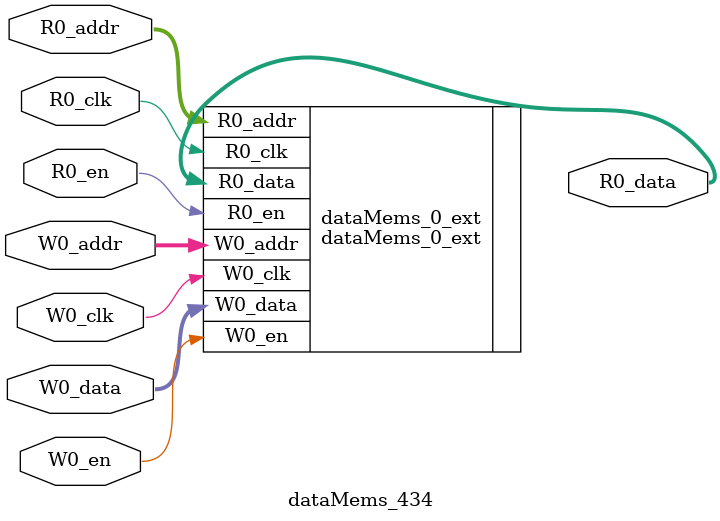
<source format=sv>
`ifndef RANDOMIZE
  `ifdef RANDOMIZE_REG_INIT
    `define RANDOMIZE
  `endif // RANDOMIZE_REG_INIT
`endif // not def RANDOMIZE
`ifndef RANDOMIZE
  `ifdef RANDOMIZE_MEM_INIT
    `define RANDOMIZE
  `endif // RANDOMIZE_MEM_INIT
`endif // not def RANDOMIZE

`ifndef RANDOM
  `define RANDOM $random
`endif // not def RANDOM

// Users can define 'PRINTF_COND' to add an extra gate to prints.
`ifndef PRINTF_COND_
  `ifdef PRINTF_COND
    `define PRINTF_COND_ (`PRINTF_COND)
  `else  // PRINTF_COND
    `define PRINTF_COND_ 1
  `endif // PRINTF_COND
`endif // not def PRINTF_COND_

// Users can define 'ASSERT_VERBOSE_COND' to add an extra gate to assert error printing.
`ifndef ASSERT_VERBOSE_COND_
  `ifdef ASSERT_VERBOSE_COND
    `define ASSERT_VERBOSE_COND_ (`ASSERT_VERBOSE_COND)
  `else  // ASSERT_VERBOSE_COND
    `define ASSERT_VERBOSE_COND_ 1
  `endif // ASSERT_VERBOSE_COND
`endif // not def ASSERT_VERBOSE_COND_

// Users can define 'STOP_COND' to add an extra gate to stop conditions.
`ifndef STOP_COND_
  `ifdef STOP_COND
    `define STOP_COND_ (`STOP_COND)
  `else  // STOP_COND
    `define STOP_COND_ 1
  `endif // STOP_COND
`endif // not def STOP_COND_

// Users can define INIT_RANDOM as general code that gets injected into the
// initializer block for modules with registers.
`ifndef INIT_RANDOM
  `define INIT_RANDOM
`endif // not def INIT_RANDOM

// If using random initialization, you can also define RANDOMIZE_DELAY to
// customize the delay used, otherwise 0.002 is used.
`ifndef RANDOMIZE_DELAY
  `define RANDOMIZE_DELAY 0.002
`endif // not def RANDOMIZE_DELAY

// Define INIT_RANDOM_PROLOG_ for use in our modules below.
`ifndef INIT_RANDOM_PROLOG_
  `ifdef RANDOMIZE
    `ifdef VERILATOR
      `define INIT_RANDOM_PROLOG_ `INIT_RANDOM
    `else  // VERILATOR
      `define INIT_RANDOM_PROLOG_ `INIT_RANDOM #`RANDOMIZE_DELAY begin end
    `endif // VERILATOR
  `else  // RANDOMIZE
    `define INIT_RANDOM_PROLOG_
  `endif // RANDOMIZE
`endif // not def INIT_RANDOM_PROLOG_

// Include register initializers in init blocks unless synthesis is set
`ifndef SYNTHESIS
  `ifndef ENABLE_INITIAL_REG_
    `define ENABLE_INITIAL_REG_
  `endif // not def ENABLE_INITIAL_REG_
`endif // not def SYNTHESIS

// Include rmemory initializers in init blocks unless synthesis is set
`ifndef SYNTHESIS
  `ifndef ENABLE_INITIAL_MEM_
    `define ENABLE_INITIAL_MEM_
  `endif // not def ENABLE_INITIAL_MEM_
`endif // not def SYNTHESIS

module dataMems_434(	// @[generators/ara/src/main/scala/UnsafeAXI4ToTL.scala:365:62]
  input  [4:0]  R0_addr,
  input         R0_en,
  input         R0_clk,
  output [66:0] R0_data,
  input  [4:0]  W0_addr,
  input         W0_en,
  input         W0_clk,
  input  [66:0] W0_data
);

  dataMems_0_ext dataMems_0_ext (	// @[generators/ara/src/main/scala/UnsafeAXI4ToTL.scala:365:62]
    .R0_addr (R0_addr),
    .R0_en   (R0_en),
    .R0_clk  (R0_clk),
    .R0_data (R0_data),
    .W0_addr (W0_addr),
    .W0_en   (W0_en),
    .W0_clk  (W0_clk),
    .W0_data (W0_data)
  );
endmodule


</source>
